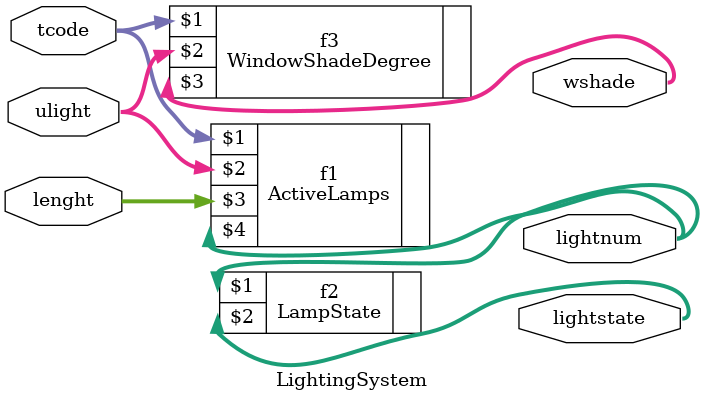
<source format=v>
/*--  *******************************************************
--  Computer Architecture Course, Laboratory Sources 
--  Amirkabir University of Technology (Tehran Polytechnic)
--  Department of Computer Engineering (CE-AUT)
--  https://ce[dot]aut[dot]ac[dot]ir
--  *******************************************************
--  All Rights reserved (C) 2019-2020
--  *******************************************************
--  Student ID  : 
--  Student Name: 
--  Student Mail: 
--  *******************************************************
--  Additional Comments:
--
--*/

/*-----------------------------------------------------------
---  Module Name: Lighting System
---  Description: Module4: 
-----------------------------------------------------------*/
`timescale 1 ns/1 ns 

module LightingSystem (
	input  [ 3:0] tcode      , // time code    [table2 time code   ]
	input  [ 3:0] ulight     , // user light   [light degree mode  ]
	input  [ 3:0] lenght     , // room length  [square room lenght ]
	output [ 3:0] wshade     , // shade level  [window shade level ]
	output [ 3:0] lightnum   , // number on    [number of active   ]
	output [15:0] lightstate   // lights state [lights state decode]
);

	ActiveLamps f1(tcode,ulight,lenght,lightnum);
	LampState f2(lightnum,lightstate);
	WindowShadeDegree f3(tcode,ulight,wshade);

endmodule

</source>
